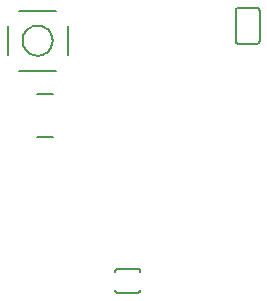
<source format=gbo>
G75*
G70*
%OFA0B0*%
%FSLAX24Y24*%
%IPPOS*%
%LPD*%
%AMOC8*
5,1,8,0,0,1.08239X$1,22.5*
%
%ADD10C,0.0080*%
%ADD11C,0.0060*%
D10*
X010099Y008850D02*
X010611Y008850D01*
X010611Y010267D02*
X010099Y010267D01*
X009498Y011058D02*
X010711Y011058D01*
X011105Y011570D02*
X011105Y012558D01*
X010711Y013058D02*
X009498Y013058D01*
X009105Y012546D02*
X009105Y011570D01*
X009605Y012058D02*
X009607Y012102D01*
X009613Y012146D01*
X009623Y012189D01*
X009636Y012231D01*
X009653Y012272D01*
X009674Y012311D01*
X009698Y012348D01*
X009725Y012383D01*
X009755Y012415D01*
X009788Y012445D01*
X009824Y012471D01*
X009861Y012495D01*
X009901Y012514D01*
X009942Y012531D01*
X009985Y012543D01*
X010028Y012552D01*
X010072Y012557D01*
X010116Y012558D01*
X010160Y012555D01*
X010204Y012548D01*
X010247Y012537D01*
X010289Y012523D01*
X010329Y012505D01*
X010368Y012483D01*
X010404Y012459D01*
X010438Y012431D01*
X010470Y012400D01*
X010499Y012366D01*
X010525Y012330D01*
X010547Y012292D01*
X010566Y012252D01*
X010581Y012210D01*
X010593Y012168D01*
X010601Y012124D01*
X010605Y012080D01*
X010605Y012036D01*
X010601Y011992D01*
X010593Y011948D01*
X010581Y011906D01*
X010566Y011864D01*
X010547Y011824D01*
X010525Y011786D01*
X010499Y011750D01*
X010470Y011716D01*
X010438Y011685D01*
X010404Y011657D01*
X010368Y011633D01*
X010329Y011611D01*
X010289Y011593D01*
X010247Y011579D01*
X010204Y011568D01*
X010160Y011561D01*
X010116Y011558D01*
X010072Y011559D01*
X010028Y011564D01*
X009985Y011573D01*
X009942Y011585D01*
X009901Y011602D01*
X009861Y011621D01*
X009824Y011645D01*
X009788Y011671D01*
X009755Y011701D01*
X009725Y011733D01*
X009698Y011768D01*
X009674Y011805D01*
X009653Y011844D01*
X009636Y011885D01*
X009623Y011927D01*
X009613Y011970D01*
X009607Y012014D01*
X009605Y012058D01*
X012780Y004458D02*
X013430Y004458D01*
X013447Y004456D01*
X013464Y004452D01*
X013480Y004445D01*
X013494Y004435D01*
X013507Y004422D01*
X013517Y004408D01*
X013524Y004392D01*
X013528Y004375D01*
X013530Y004358D01*
X013530Y003758D02*
X013528Y003741D01*
X013524Y003724D01*
X013517Y003708D01*
X013507Y003694D01*
X013494Y003681D01*
X013480Y003671D01*
X013464Y003664D01*
X013447Y003660D01*
X013430Y003658D01*
X012780Y003658D01*
X012763Y003660D01*
X012746Y003664D01*
X012730Y003671D01*
X012716Y003681D01*
X012703Y003694D01*
X012693Y003708D01*
X012686Y003724D01*
X012682Y003741D01*
X012680Y003758D01*
X012680Y004358D02*
X012682Y004375D01*
X012686Y004392D01*
X012693Y004408D01*
X012703Y004422D01*
X012716Y004435D01*
X012730Y004445D01*
X012746Y004452D01*
X012763Y004456D01*
X012780Y004458D01*
D11*
X016805Y011958D02*
X017405Y011958D01*
X017422Y011960D01*
X017439Y011964D01*
X017455Y011971D01*
X017469Y011981D01*
X017482Y011994D01*
X017492Y012008D01*
X017499Y012024D01*
X017503Y012041D01*
X017505Y012058D01*
X017505Y013058D01*
X017503Y013075D01*
X017499Y013092D01*
X017492Y013108D01*
X017482Y013122D01*
X017469Y013135D01*
X017455Y013145D01*
X017439Y013152D01*
X017422Y013156D01*
X017405Y013158D01*
X016805Y013158D01*
X016788Y013156D01*
X016771Y013152D01*
X016755Y013145D01*
X016741Y013135D01*
X016728Y013122D01*
X016718Y013108D01*
X016711Y013092D01*
X016707Y013075D01*
X016705Y013058D01*
X016705Y012058D01*
X016707Y012041D01*
X016711Y012024D01*
X016718Y012008D01*
X016728Y011994D01*
X016741Y011981D01*
X016755Y011971D01*
X016771Y011964D01*
X016788Y011960D01*
X016805Y011958D01*
M02*

</source>
